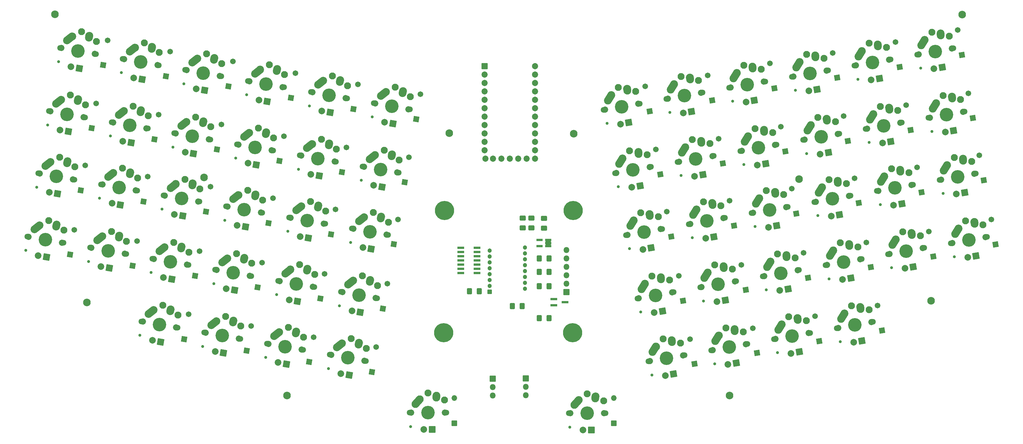
<source format=gbr>
G04 #@! TF.GenerationSoftware,KiCad,Pcbnew,(6.0.7)*
G04 #@! TF.CreationDate,2022-11-03T11:56:00-07:00*
G04 #@! TF.ProjectId,gigan rev2,67696761-6e20-4726-9576-322e6b696361,rev?*
G04 #@! TF.SameCoordinates,Original*
G04 #@! TF.FileFunction,Soldermask,Bot*
G04 #@! TF.FilePolarity,Negative*
%FSLAX46Y46*%
G04 Gerber Fmt 4.6, Leading zero omitted, Abs format (unit mm)*
G04 Created by KiCad (PCBNEW (6.0.7)) date 2022-11-03 11:56:00*
%MOMM*%
%LPD*%
G01*
G04 APERTURE LIST*
G04 Aperture macros list*
%AMRoundRect*
0 Rectangle with rounded corners*
0 $1 Rounding radius*
0 $2 $3 $4 $5 $6 $7 $8 $9 X,Y pos of 4 corners*
0 Add a 4 corners polygon primitive as box body*
4,1,4,$2,$3,$4,$5,$6,$7,$8,$9,$2,$3,0*
0 Add four circle primitives for the rounded corners*
1,1,$1+$1,$2,$3*
1,1,$1+$1,$4,$5*
1,1,$1+$1,$6,$7*
1,1,$1+$1,$8,$9*
0 Add four rect primitives between the rounded corners*
20,1,$1+$1,$2,$3,$4,$5,0*
20,1,$1+$1,$4,$5,$6,$7,0*
20,1,$1+$1,$6,$7,$8,$9,0*
20,1,$1+$1,$8,$9,$2,$3,0*%
%AMHorizOval*
0 Thick line with rounded ends*
0 $1 width*
0 $2 $3 position (X,Y) of the first rounded end (center of the circle)*
0 $4 $5 position (X,Y) of the second rounded end (center of the circle)*
0 Add line between two ends*
20,1,$1,$2,$3,$4,$5,0*
0 Add two circle primitives to create the rounded ends*
1,1,$1,$2,$3*
1,1,$1,$4,$5*%
G04 Aperture macros list end*
%ADD10RoundRect,0.051000X0.648928X-0.926765X0.926765X0.648928X-0.648928X0.926765X-0.926765X-0.648928X0*%
%ADD11HorizOval,1.702000X0.000000X0.000000X0.000000X0.000000X0*%
%ADD12C,1.802000*%
%ADD13C,1.852000*%
%ADD14C,0.902000*%
%ADD15C,4.089800*%
%ADD16HorizOval,2.352000X0.771809X0.605175X-0.771809X-0.605175X0*%
%ADD17C,2.352000*%
%ADD18C,2.102000*%
%ADD19HorizOval,2.352000X0.069832X0.282177X-0.069832X-0.282177X0*%
%ADD20C,2.007000*%
%ADD21RoundRect,0.051000X-1.103429X-0.772629X0.772629X-1.103429X1.103429X0.772629X-0.772629X1.103429X0*%
%ADD22HorizOval,2.352000X0.654995X0.730004X-0.654995X-0.730004X0*%
%ADD23HorizOval,2.352000X0.019771X0.290016X-0.019771X-0.290016X0*%
%ADD24RoundRect,0.051000X-0.952500X-0.952500X0.952500X-0.952500X0.952500X0.952500X-0.952500X0.952500X0*%
%ADD25RoundRect,0.051000X0.926765X-0.648928X0.648928X0.926765X-0.926765X0.648928X-0.648928X-0.926765X0*%
%ADD26HorizOval,1.702000X0.000000X0.000000X0.000000X0.000000X0*%
%ADD27HorizOval,2.352000X0.518281X0.832653X-0.518281X-0.832653X0*%
%ADD28HorizOval,2.352000X-0.030890X0.289043X0.030890X-0.289043X0*%
%ADD29RoundRect,0.051000X-0.772629X-1.103429X1.103429X-0.772629X0.772629X1.103429X-1.103429X0.772629X0*%
%ADD30C,2.302000*%
%ADD31RoundRect,0.051000X-0.850000X-0.850000X0.850000X-0.850000X0.850000X0.850000X-0.850000X0.850000X0*%
%ADD32O,1.802000X1.802000*%
%ADD33C,5.802000*%
%ADD34RoundRect,0.051000X0.800000X-0.800000X0.800000X0.800000X-0.800000X0.800000X-0.800000X-0.800000X0*%
%ADD35O,1.702000X1.702000*%
%ADD36RoundRect,0.051000X-0.876300X0.876300X-0.876300X-0.876300X0.876300X-0.876300X0.876300X0.876300X0*%
%ADD37C,1.854600*%
%ADD38RoundRect,0.051000X-0.600000X-0.600000X0.600000X-0.600000X0.600000X0.600000X-0.600000X0.600000X0*%
%ADD39C,1.302000*%
%ADD40RoundRect,0.301001X-0.462499X-0.624999X0.462499X-0.624999X0.462499X0.624999X-0.462499X0.624999X0*%
%ADD41RoundRect,0.051000X0.985000X0.300000X-0.985000X0.300000X-0.985000X-0.300000X0.985000X-0.300000X0*%
%ADD42RoundRect,0.301001X0.462499X0.624999X-0.462499X0.624999X-0.462499X-0.624999X0.462499X-0.624999X0*%
%ADD43RoundRect,0.051000X-1.000000X-0.325000X1.000000X-0.325000X1.000000X0.325000X-1.000000X0.325000X0*%
%ADD44RoundRect,0.051000X0.900000X-0.300000X0.900000X0.300000X-0.900000X0.300000X-0.900000X-0.300000X0*%
%ADD45RoundRect,0.301001X-0.624999X0.462499X-0.624999X-0.462499X0.624999X-0.462499X0.624999X0.462499X0*%
%ADD46RoundRect,0.301001X0.624999X-0.462499X0.624999X0.462499X-0.624999X0.462499X-0.624999X-0.462499X0*%
G04 APERTURE END LIST*
D10*
X115993026Y-139431893D03*
D11*
X117316225Y-131927658D03*
D12*
X169954448Y-87252676D03*
D13*
X180373714Y-89089874D03*
X170368068Y-87325608D03*
D12*
X180787334Y-89162806D03*
D14*
X169500872Y-91437490D03*
D15*
X175370891Y-88207741D03*
D16*
X172831649Y-84439555D03*
D17*
X173603464Y-83834390D03*
D18*
X176395415Y-82397375D03*
X180954793Y-85333712D03*
D19*
X178684159Y-83928050D03*
D17*
X178754435Y-83645984D03*
D20*
X173238052Y-92990031D03*
D21*
X175739464Y-93431098D03*
D12*
X239878000Y-180937600D03*
D13*
X229298000Y-180937600D03*
D12*
X228878000Y-180937600D03*
D15*
X234378000Y-180937600D03*
D13*
X239458000Y-180937600D03*
D14*
X229158000Y-185137600D03*
D22*
X231222995Y-177667596D03*
D17*
X231878000Y-176937600D03*
D18*
X234378000Y-175037600D03*
D17*
X236918000Y-175857600D03*
D18*
X239378000Y-177137600D03*
D23*
X236897771Y-176147584D03*
D20*
X233108000Y-186017600D03*
D24*
X235648000Y-186017600D03*
D10*
X103660042Y-98208416D03*
D11*
X104983241Y-90704181D03*
D12*
X155248945Y-123708539D03*
D15*
X149832502Y-122753474D03*
D13*
X154835325Y-123635607D03*
X144829679Y-121871341D03*
D14*
X143962483Y-125983223D03*
D12*
X144416059Y-121798409D03*
D16*
X147293260Y-118985288D03*
D18*
X150857026Y-116943108D03*
D17*
X148065075Y-118380123D03*
X153216046Y-118191717D03*
D18*
X155416404Y-119879445D03*
D19*
X153145770Y-118473783D03*
D20*
X147699663Y-127535764D03*
D21*
X150201075Y-127976831D03*
D25*
X332100405Y-95386948D03*
D26*
X330777206Y-87882713D03*
D13*
X116863894Y-116940219D03*
D12*
X106444628Y-115103021D03*
D13*
X106858248Y-115175953D03*
D12*
X117277514Y-117013151D03*
D15*
X111861071Y-116058086D03*
D14*
X105991052Y-119287835D03*
D17*
X110093644Y-111684735D03*
D18*
X112885595Y-110247720D03*
D16*
X109321829Y-112289900D03*
D19*
X115174339Y-111778395D03*
D18*
X117444973Y-113184057D03*
D17*
X115244615Y-111496329D03*
D20*
X109728232Y-120840376D03*
D21*
X112229644Y-121281443D03*
D13*
X135824595Y-120283502D03*
D12*
X136238215Y-120356434D03*
D15*
X130821772Y-119401369D03*
D14*
X124951753Y-122631118D03*
D12*
X125405329Y-118446304D03*
D13*
X125818949Y-118519236D03*
D17*
X129054345Y-115028018D03*
D16*
X128282530Y-115633183D03*
D18*
X131846296Y-113591003D03*
D17*
X134205316Y-114839612D03*
D19*
X134135040Y-115121678D03*
D18*
X136405674Y-116527340D03*
D20*
X128688933Y-124183659D03*
D21*
X131190345Y-124624726D03*
D15*
X118438759Y-78169072D03*
D14*
X112568740Y-81398821D03*
D13*
X123441582Y-79051205D03*
D12*
X123855202Y-79124137D03*
D13*
X113435936Y-77286939D03*
D12*
X113022316Y-77214007D03*
D16*
X115899517Y-74400886D03*
D17*
X116671332Y-73795721D03*
D18*
X119463283Y-72358706D03*
X124022661Y-75295043D03*
D19*
X121752027Y-73889381D03*
D17*
X121822303Y-73607315D03*
D20*
X116305920Y-82951362D03*
D21*
X118807332Y-83392429D03*
D13*
X315578966Y-75871381D03*
D14*
X316170415Y-80031884D03*
D15*
X320581789Y-74989248D03*
D12*
X315165346Y-75944313D03*
X325998232Y-74034183D03*
D13*
X325584612Y-74107115D03*
D27*
X316906886Y-72316783D03*
D18*
X319557265Y-69178882D03*
D17*
X317425177Y-71484137D03*
D28*
X322231502Y-69834450D03*
D17*
X322201068Y-69545358D03*
D18*
X324845965Y-70378738D03*
D20*
X320213216Y-80212605D03*
D29*
X322714628Y-79771538D03*
D10*
X175965248Y-129888982D03*
D11*
X177288447Y-122384747D03*
D10*
X160359673Y-108102923D03*
D11*
X161682872Y-100598688D03*
D25*
X328839537Y-76308548D03*
D13*
X110116218Y-96406544D03*
D15*
X115119041Y-97288677D03*
D12*
X109702598Y-96333612D03*
D14*
X109249022Y-100518426D03*
D12*
X120535484Y-98243742D03*
D13*
X120121864Y-98170810D03*
D17*
X113351614Y-92915326D03*
D18*
X116143565Y-91478311D03*
D16*
X112579799Y-93520491D03*
D17*
X118502585Y-92726920D03*
D18*
X120702943Y-94414648D03*
D19*
X118432309Y-93008986D03*
D20*
X112986202Y-102070967D03*
D21*
X115487614Y-102512034D03*
D30*
X143700000Y-175603600D03*
X277456400Y-175552800D03*
D25*
X328839537Y-76308548D03*
D26*
X327516338Y-68804313D03*
D30*
X73596000Y-60440000D03*
D13*
X157127376Y-163294931D03*
D12*
X156713756Y-163221999D03*
D15*
X162130199Y-164177064D03*
D12*
X167546642Y-165132129D03*
D13*
X167133022Y-165059197D03*
D14*
X156260180Y-167406813D03*
D16*
X159590957Y-160408878D03*
D17*
X160362772Y-159803713D03*
D18*
X163154723Y-158366698D03*
D19*
X165443467Y-159897373D03*
D17*
X165513743Y-159615307D03*
D18*
X167714101Y-161303035D03*
D20*
X159997360Y-168959354D03*
D21*
X162498772Y-169400421D03*
D31*
X205879200Y-170472800D03*
D32*
X205879200Y-173012800D03*
X205879200Y-175552800D03*
D12*
X191821200Y-180734400D03*
D13*
X191401200Y-180734400D03*
D15*
X186321200Y-180734400D03*
D14*
X181101200Y-184934400D03*
D12*
X180821200Y-180734400D03*
D13*
X181241200Y-180734400D03*
D22*
X183166195Y-177464396D03*
D17*
X183821200Y-176734400D03*
D18*
X186321200Y-174834400D03*
X191321200Y-176934400D03*
D23*
X188840971Y-175944384D03*
D17*
X188861200Y-175654400D03*
D20*
X185051200Y-185814400D03*
D24*
X187591200Y-185814400D03*
D10*
X97079454Y-136406422D03*
D11*
X98402653Y-128902187D03*
D12*
X261803076Y-105058483D03*
D13*
X262216696Y-104985551D03*
D15*
X267219519Y-104103418D03*
D13*
X272222342Y-103221285D03*
D14*
X262808145Y-109146054D03*
D12*
X272635962Y-103148353D03*
D17*
X264062907Y-100598307D03*
D18*
X266194995Y-98293052D03*
D27*
X263544616Y-101430953D03*
D28*
X268869232Y-98948620D03*
D18*
X271483695Y-99492908D03*
D17*
X268838798Y-98659528D03*
D20*
X266850946Y-109326775D03*
D29*
X269352358Y-108885708D03*
D33*
X230002000Y-156569799D03*
D25*
X320061670Y-136816460D03*
D26*
X318738471Y-129312225D03*
D13*
X132504876Y-139403109D03*
D15*
X127502053Y-138520976D03*
D13*
X122499230Y-137638843D03*
D12*
X132918496Y-139476041D03*
D14*
X121632034Y-141750725D03*
D12*
X122085610Y-137565911D03*
D17*
X125734626Y-134147625D03*
D16*
X124962811Y-134752790D03*
D18*
X128526577Y-132710610D03*
D19*
X130815321Y-134241285D03*
D18*
X133085955Y-135646947D03*
D17*
X130885597Y-133959219D03*
D20*
X125369214Y-143303266D03*
D21*
X127870626Y-143744333D03*
D12*
X329418006Y-93136147D03*
D14*
X319590189Y-99133848D03*
D15*
X324001563Y-94091212D03*
D13*
X329004386Y-93209079D03*
X318998740Y-94973345D03*
D12*
X318585120Y-95046277D03*
D17*
X320844951Y-90586101D03*
D18*
X322977039Y-88280846D03*
D27*
X320326660Y-91418747D03*
D18*
X328265739Y-89480702D03*
D28*
X325651276Y-88936414D03*
D17*
X325620842Y-88647322D03*
D20*
X323632990Y-99314569D03*
D29*
X326134402Y-98873502D03*
D25*
X304544309Y-159102801D03*
D26*
X303221110Y-151598566D03*
D25*
X316488909Y-117431969D03*
D26*
X315165710Y-109927734D03*
D13*
X272323592Y-161843914D03*
X282329238Y-160079648D03*
D15*
X277326415Y-160961781D03*
D12*
X282742858Y-160006716D03*
D14*
X272915041Y-166004417D03*
D12*
X271909972Y-161916846D03*
D27*
X273651512Y-158289316D03*
D17*
X274169803Y-157456670D03*
D18*
X276301891Y-155151415D03*
X281590591Y-156351271D03*
D28*
X278976128Y-155806983D03*
D17*
X278945694Y-155517891D03*
D20*
X276957842Y-166185138D03*
D29*
X279459254Y-165744071D03*
D25*
X338981162Y-133532026D03*
D13*
X265574722Y-123737318D03*
D12*
X265161102Y-123810250D03*
D14*
X266166171Y-127897821D03*
D15*
X270577545Y-122855185D03*
D12*
X275993988Y-121900120D03*
D13*
X275580368Y-121973052D03*
D27*
X266902642Y-120182720D03*
D17*
X267420933Y-119350074D03*
D18*
X269553021Y-117044819D03*
D17*
X272196824Y-117411295D03*
D18*
X274841721Y-118244675D03*
D28*
X272227258Y-117700387D03*
D20*
X270208972Y-128078542D03*
D29*
X272710384Y-127637475D03*
D25*
X335408404Y-114147537D03*
D26*
X334085205Y-106643302D03*
D12*
X258383299Y-85956520D03*
X269216185Y-84046390D03*
D13*
X258796919Y-85883588D03*
X268802565Y-84119322D03*
D15*
X263799742Y-85001455D03*
D14*
X259388368Y-90044091D03*
D18*
X262775218Y-79191089D03*
D27*
X260124839Y-82328990D03*
D17*
X260643130Y-81496344D03*
D28*
X265449455Y-79846657D03*
D18*
X268063918Y-80390945D03*
D17*
X265419021Y-79557565D03*
D20*
X263431169Y-90224812D03*
D29*
X265932581Y-89783745D03*
D25*
X253255697Y-89687602D03*
D26*
X251932498Y-82183367D03*
D14*
X326367990Y-136987578D03*
D15*
X330779364Y-131944942D03*
D13*
X325776541Y-132827075D03*
X335782187Y-131062809D03*
D12*
X325362921Y-132900007D03*
X336195807Y-130989877D03*
D17*
X327622752Y-128439831D03*
D18*
X329754840Y-126134576D03*
D27*
X327104461Y-129272477D03*
D18*
X335043540Y-127334432D03*
D17*
X332398643Y-126501052D03*
D28*
X332429077Y-126790144D03*
D20*
X330410791Y-137168299D03*
D29*
X332912203Y-136727232D03*
D12*
X260453061Y-144345367D03*
D13*
X260039441Y-144418299D03*
D15*
X255036618Y-145300432D03*
D12*
X249620175Y-146255497D03*
D14*
X250625244Y-150343068D03*
D13*
X250033795Y-146182565D03*
D27*
X251361715Y-142627967D03*
D17*
X251880006Y-141795321D03*
D18*
X254012094Y-139490066D03*
X259300794Y-140689922D03*
D28*
X256686331Y-140145634D03*
D17*
X256655897Y-139856542D03*
D20*
X254668045Y-150523789D03*
D29*
X257169457Y-150082722D03*
D25*
X272175189Y-86403170D03*
D26*
X270851990Y-78898935D03*
D12*
X95097151Y-132807119D03*
X84264265Y-130896989D03*
D14*
X83810689Y-135081803D03*
D15*
X89680708Y-131852054D03*
D13*
X94683531Y-132734187D03*
X84677885Y-130969921D03*
D17*
X87913281Y-127478703D03*
D16*
X87141466Y-128083868D03*
D18*
X90705232Y-126041688D03*
X95264610Y-128978025D03*
D17*
X93064252Y-127290297D03*
D19*
X92993976Y-127572363D03*
D20*
X87547869Y-136634344D03*
D21*
X90049281Y-137075411D03*
D15*
X124158770Y-157481678D03*
D14*
X118288751Y-160711427D03*
D13*
X119155947Y-156599545D03*
D12*
X129575213Y-158436743D03*
X118742327Y-156526613D03*
D13*
X129161593Y-158363811D03*
D17*
X122391343Y-153108327D03*
D18*
X125183294Y-151671312D03*
D16*
X121619528Y-153713492D03*
D19*
X127472038Y-153201987D03*
D17*
X127542314Y-152919921D03*
D18*
X129742672Y-154607649D03*
D20*
X122025931Y-162263968D03*
D21*
X124527343Y-162705035D03*
D13*
X91255573Y-93080905D03*
X101261219Y-94845171D03*
D12*
X101674839Y-94918103D03*
D14*
X90388377Y-97192787D03*
D12*
X90841953Y-93007973D03*
D15*
X96258396Y-93963038D03*
D16*
X93719154Y-90194852D03*
D18*
X97282920Y-88152672D03*
D17*
X94490969Y-89589687D03*
X99641940Y-89401281D03*
D19*
X99571664Y-89683347D03*
D18*
X101842298Y-91089009D03*
D20*
X94125557Y-98745328D03*
D21*
X96626969Y-99186395D03*
D12*
X321943146Y-113798043D03*
D13*
X332362412Y-111960845D03*
D14*
X322948215Y-117885614D03*
D13*
X322356766Y-113725111D03*
D12*
X332776032Y-111887913D03*
D15*
X327359589Y-112842978D03*
D17*
X324202977Y-109337867D03*
D27*
X323684686Y-110170513D03*
D18*
X326335065Y-107032612D03*
D28*
X329009302Y-107688180D03*
D17*
X328978868Y-107399088D03*
D18*
X331623765Y-108232468D03*
D20*
X326991016Y-118066335D03*
D29*
X329492428Y-117625268D03*
D30*
X338264000Y-146952400D03*
D10*
X100352044Y-116969005D03*
D11*
X101675243Y-109464770D03*
D25*
X256516565Y-108766002D03*
D26*
X255193366Y-101261767D03*
D25*
X350908121Y-91761138D03*
D26*
X349584922Y-84256903D03*
D10*
X157051677Y-126863511D03*
D11*
X158374876Y-119359276D03*
D25*
X332100405Y-95386948D03*
D14*
X131529441Y-84742104D03*
D12*
X142815903Y-82467420D03*
X131983017Y-80557290D03*
D15*
X137399460Y-81512355D03*
D13*
X142402283Y-82394488D03*
X132396637Y-80630222D03*
D16*
X134860218Y-77744169D03*
D17*
X135632033Y-77139004D03*
D18*
X138423984Y-75701989D03*
D17*
X140783004Y-76950598D03*
D18*
X142983362Y-78638326D03*
D19*
X140712728Y-77232664D03*
D20*
X135266621Y-86294645D03*
D21*
X137768033Y-86735712D03*
D10*
X172692657Y-149326402D03*
D11*
X174015856Y-141822167D03*
D10*
X141457822Y-104718433D03*
D11*
X142781021Y-97214198D03*
D25*
X285736591Y-162728611D03*
D26*
X284413392Y-155224376D03*
D10*
X122573614Y-101233887D03*
D11*
X123896813Y-93729652D03*
D15*
X296337144Y-157609676D03*
D12*
X301753587Y-156654611D03*
D13*
X291334321Y-158491809D03*
D12*
X290920701Y-158564741D03*
D14*
X291925770Y-162652312D03*
D13*
X301339967Y-156727543D03*
D17*
X293180532Y-154104565D03*
D18*
X295312620Y-151799310D03*
D27*
X292662241Y-154937211D03*
D17*
X297956423Y-152165786D03*
D28*
X297986857Y-152454878D03*
D18*
X300601320Y-152999166D03*
D20*
X295968571Y-162833033D03*
D29*
X298469983Y-162391966D03*
D12*
X337545822Y-91702995D03*
D13*
X337959442Y-91630063D03*
D15*
X342962265Y-90747930D03*
D14*
X338550891Y-95790566D03*
D12*
X348378708Y-89792865D03*
D13*
X347965088Y-89865797D03*
D17*
X339805653Y-87242819D03*
D27*
X339287362Y-88075465D03*
D18*
X341937741Y-84937564D03*
D17*
X344581544Y-85304040D03*
D18*
X347226441Y-86137420D03*
D28*
X344611978Y-85593132D03*
D20*
X342593692Y-95971287D03*
D29*
X345095104Y-95530220D03*
D10*
X78177604Y-133021933D03*
D11*
X79500803Y-125517698D03*
D25*
X313180911Y-98671382D03*
D26*
X311857712Y-91167147D03*
D10*
X179273246Y-111128396D03*
D11*
X180596445Y-103624161D03*
D15*
X77297696Y-90619755D03*
D14*
X71427677Y-93849504D03*
D13*
X82300519Y-91501888D03*
D12*
X82714139Y-91574820D03*
D13*
X72294873Y-89737622D03*
D12*
X71881253Y-89664690D03*
D16*
X74758454Y-86851569D03*
D17*
X75530269Y-86246404D03*
D18*
X78322220Y-84809389D03*
X82881598Y-87745726D03*
D17*
X80681240Y-86057998D03*
D19*
X80610964Y-86340064D03*
D20*
X75164857Y-95402045D03*
D21*
X77666269Y-95843112D03*
D10*
X134877234Y-142916441D03*
D11*
X136200433Y-135412206D03*
D12*
X65303564Y-127553704D03*
X76136450Y-129463834D03*
D15*
X70720007Y-128508769D03*
D13*
X65717184Y-127626636D03*
D14*
X64849988Y-131738518D03*
D13*
X75722830Y-129390902D03*
D18*
X71744531Y-122698403D03*
D17*
X68952580Y-124135418D03*
D16*
X68180765Y-124740583D03*
D18*
X76303909Y-125634740D03*
D17*
X74103551Y-123947012D03*
D19*
X74033275Y-124229078D03*
D20*
X68587168Y-133291059D03*
D21*
X71088580Y-133732126D03*
D10*
X126034596Y-82190774D03*
D11*
X127357795Y-74686539D03*
D33*
X191089200Y-156569799D03*
D25*
X301124532Y-140000837D03*
D26*
X299801333Y-132496602D03*
D15*
X292958021Y-138613867D03*
D12*
X287541578Y-139568932D03*
X298374464Y-137658802D03*
D14*
X288546647Y-143656503D03*
D13*
X297960844Y-137731734D03*
X287955198Y-139496000D03*
D17*
X289801409Y-135108756D03*
D18*
X291933497Y-132803501D03*
D27*
X289283118Y-135941402D03*
D17*
X294577300Y-133169977D03*
D18*
X297222197Y-134003357D03*
D28*
X294607734Y-133459069D03*
D20*
X292589448Y-143837224D03*
D29*
X295090860Y-143396157D03*
D30*
X192722000Y-96355600D03*
D33*
X230205200Y-119688999D03*
D25*
X335408404Y-114147537D03*
D10*
X163820657Y-89059809D03*
D14*
X68169707Y-112618913D03*
D13*
X69036903Y-108507031D03*
D12*
X79456169Y-110344229D03*
D13*
X79042549Y-110271297D03*
D15*
X74039726Y-109389164D03*
D12*
X68623283Y-108434099D03*
D17*
X72272299Y-105015813D03*
D18*
X75064250Y-103578798D03*
D16*
X71500484Y-105620978D03*
D17*
X77423270Y-104827407D03*
D18*
X79623628Y-106515135D03*
D19*
X77352994Y-105109473D03*
D20*
X71906887Y-114171454D03*
D21*
X74408299Y-114612521D03*
D15*
X346320291Y-109499695D03*
D12*
X340903848Y-110454760D03*
X351736734Y-108544630D03*
D13*
X341317468Y-110381828D03*
X351323114Y-108617562D03*
D14*
X341908917Y-114542331D03*
D27*
X342645388Y-106827230D03*
D18*
X345295767Y-103689329D03*
D17*
X343163679Y-105994584D03*
D28*
X347970004Y-104344897D03*
D17*
X347939570Y-104055805D03*
D18*
X350584467Y-104889185D03*
D20*
X345951718Y-114723052D03*
D29*
X348453130Y-114281985D03*
D25*
X294243776Y-101855758D03*
D26*
X292920577Y-94351523D03*
D10*
X138149826Y-123479021D03*
D11*
X139473025Y-115974786D03*
D25*
X338981162Y-133532026D03*
D26*
X337657963Y-126027791D03*
D12*
X252949272Y-165260130D03*
D13*
X253362892Y-165187198D03*
D14*
X253954341Y-169347701D03*
D13*
X263368538Y-163422932D03*
D12*
X263782158Y-163350000D03*
D15*
X258365715Y-164305065D03*
D17*
X255209103Y-160799954D03*
D18*
X257341191Y-158494699D03*
D27*
X254690812Y-161632600D03*
D18*
X262629891Y-159694555D03*
D28*
X260015428Y-159150267D03*
D17*
X259984994Y-158861175D03*
D20*
X257997142Y-169528422D03*
D29*
X260498554Y-169087355D03*
D12*
X174209644Y-127051822D03*
D13*
X173796024Y-126978890D03*
D15*
X168793201Y-126096757D03*
D12*
X163376758Y-125141692D03*
D13*
X163790378Y-125214624D03*
D14*
X162923182Y-129326506D03*
D18*
X169817725Y-120286391D03*
D17*
X167025774Y-121723406D03*
D16*
X166253959Y-122328571D03*
D17*
X172176745Y-121535000D03*
D19*
X172106469Y-121817066D03*
D18*
X174377103Y-123222728D03*
D20*
X166660362Y-130879047D03*
D21*
X169161774Y-131320114D03*
D14*
X93708096Y-78073179D03*
D12*
X104994558Y-75798495D03*
X94161672Y-73888365D03*
D13*
X94575292Y-73961297D03*
X104580938Y-75725563D03*
D15*
X99578115Y-74843430D03*
D16*
X97038873Y-71075244D03*
D17*
X97810688Y-70470079D03*
D18*
X100602639Y-69033064D03*
D17*
X102961659Y-70281673D03*
D18*
X105162017Y-71969401D03*
D19*
X102891383Y-70563739D03*
D20*
X97445276Y-79625720D03*
D21*
X99946688Y-80066787D03*
D15*
X315297846Y-154266393D03*
D13*
X310295023Y-155148526D03*
D14*
X310886472Y-159309029D03*
D13*
X320300669Y-153384260D03*
D12*
X309881403Y-155221458D03*
X320714289Y-153311328D03*
D17*
X312141234Y-150761282D03*
D27*
X311622943Y-151593928D03*
D18*
X314273322Y-148456027D03*
D17*
X316917125Y-148822503D03*
D28*
X316947559Y-149111595D03*
D18*
X319562022Y-149655883D03*
D20*
X314929273Y-159489750D03*
D29*
X317430685Y-159048683D03*
D13*
X139082564Y-101514093D03*
D15*
X134079741Y-100631960D03*
D13*
X129076918Y-99749827D03*
D12*
X139496184Y-101587025D03*
D14*
X128209722Y-103861709D03*
D12*
X128663298Y-99676895D03*
D16*
X131540499Y-96863774D03*
D18*
X135104265Y-94821594D03*
D17*
X132312314Y-96258609D03*
D18*
X139663643Y-97757931D03*
D17*
X137463285Y-96070203D03*
D19*
X137393009Y-96352269D03*
D20*
X131946902Y-105414250D03*
D21*
X134448314Y-105855317D03*
D31*
X215836000Y-170437000D03*
D32*
X215836000Y-172977000D03*
X215836000Y-175517000D03*
D14*
X345328691Y-133644295D03*
D13*
X354742888Y-127719526D03*
X344737242Y-129483792D03*
D12*
X355156508Y-127646594D03*
X344323622Y-129556724D03*
D15*
X349740065Y-128601659D03*
D17*
X346583453Y-125096548D03*
D27*
X346065162Y-125929194D03*
D18*
X348715541Y-122791293D03*
D17*
X351359344Y-123157769D03*
D28*
X351389778Y-123446861D03*
D18*
X354004241Y-123991149D03*
D20*
X349371492Y-133825016D03*
D29*
X351872904Y-133383949D03*
D10*
X144918806Y-85675319D03*
D11*
X146242005Y-78171084D03*
D25*
X282316816Y-143626647D03*
D26*
X280993617Y-136122412D03*
D13*
X277757620Y-82540305D03*
D14*
X278349069Y-86700808D03*
D12*
X288176886Y-80703107D03*
D15*
X282760443Y-81658172D03*
D12*
X277344000Y-82613237D03*
D13*
X287763266Y-80776039D03*
D17*
X279603831Y-78153061D03*
D27*
X279085540Y-78985707D03*
D18*
X281735919Y-75847806D03*
D28*
X284410156Y-76503374D03*
D18*
X287024619Y-77047662D03*
D17*
X284379722Y-76214282D03*
D20*
X282391870Y-86881529D03*
D29*
X284893282Y-86440462D03*
D10*
X153779085Y-146300931D03*
D11*
X155102284Y-138796696D03*
D33*
X191089200Y-156569799D03*
D10*
X150459366Y-165420538D03*
D11*
X151782565Y-157916303D03*
D33*
X230002000Y-156569799D03*
D13*
X246614020Y-127080601D03*
D15*
X251616843Y-126198468D03*
D12*
X246200400Y-127153533D03*
X257033286Y-125243403D03*
D14*
X247205469Y-131241104D03*
D13*
X256619666Y-125316335D03*
D18*
X250592319Y-120388102D03*
D27*
X247941940Y-123526003D03*
D17*
X248460231Y-122693357D03*
D28*
X253266556Y-121043670D03*
D17*
X253236122Y-120754578D03*
D18*
X255881019Y-121587958D03*
D20*
X251248270Y-131421825D03*
D29*
X253749682Y-130980758D03*
D13*
X306723968Y-77432755D03*
D12*
X307137588Y-77359823D03*
X296304702Y-79269953D03*
D14*
X297309771Y-83357524D03*
D13*
X296718322Y-79197021D03*
D15*
X301721145Y-78314888D03*
D18*
X300696621Y-72504522D03*
D27*
X298046242Y-75642423D03*
D17*
X298564533Y-74809777D03*
D28*
X303370858Y-73160090D03*
D18*
X305985321Y-73704378D03*
D17*
X303340424Y-72870998D03*
D20*
X301352572Y-83538245D03*
D29*
X303853984Y-83097178D03*
D10*
X107121024Y-79165303D03*
D11*
X108444223Y-71661068D03*
D15*
X153090470Y-103984066D03*
D12*
X158506913Y-104939131D03*
D13*
X148087647Y-103101933D03*
D12*
X147674027Y-103029001D03*
D14*
X147220451Y-107213815D03*
D13*
X158093293Y-104866199D03*
D17*
X151323043Y-99610715D03*
D18*
X154114994Y-98173700D03*
D16*
X150551228Y-100215880D03*
D18*
X158674372Y-101110037D03*
D19*
X156403738Y-99704375D03*
D17*
X156474014Y-99422309D03*
D20*
X150957631Y-108766356D03*
D21*
X153459043Y-109207423D03*
D12*
X313915388Y-115213555D03*
D14*
X304087571Y-121211256D03*
D15*
X308498945Y-116168620D03*
D13*
X313501768Y-115286487D03*
X303496122Y-117050753D03*
D12*
X303082502Y-117123685D03*
D17*
X305342333Y-112663509D03*
D18*
X307474421Y-110358254D03*
D27*
X304824042Y-113496155D03*
D18*
X312763121Y-111558110D03*
D28*
X310148658Y-111013822D03*
D17*
X310118224Y-110724730D03*
D20*
X308130372Y-121391977D03*
D29*
X310631784Y-120950910D03*
D13*
X344545311Y-70763832D03*
D15*
X339542488Y-71645965D03*
D12*
X344958931Y-70690900D03*
X334126045Y-72601030D03*
D14*
X335131114Y-76688601D03*
D13*
X334539665Y-72528098D03*
D27*
X335867585Y-68973500D03*
D18*
X338517964Y-65835599D03*
D17*
X336385876Y-68140854D03*
D28*
X341192201Y-66491167D03*
D17*
X341161767Y-66202075D03*
D18*
X343806664Y-67035455D03*
D20*
X339173915Y-76869322D03*
D29*
X341675327Y-76428255D03*
D10*
X169372939Y-168446009D03*
D11*
X170696138Y-160941774D03*
D14*
X150540170Y-88094207D03*
D12*
X161826632Y-85819523D03*
D13*
X151407366Y-83982325D03*
D15*
X156410189Y-84864458D03*
D12*
X150993746Y-83909393D03*
D13*
X161413012Y-85746591D03*
D18*
X157434713Y-79054092D03*
D16*
X153870947Y-81096272D03*
D17*
X154642762Y-80491107D03*
D18*
X161994091Y-81990429D03*
D17*
X159793733Y-80302701D03*
D19*
X159723457Y-80584767D03*
D20*
X154277350Y-89646748D03*
D21*
X156778762Y-90087815D03*
D10*
X131557515Y-162036048D03*
D11*
X132880714Y-154531813D03*
D10*
X88219173Y-75780813D03*
D11*
X89542372Y-68276578D03*
D30*
X118655600Y-109665200D03*
D32*
X228181224Y-131610323D03*
X228181224Y-134150323D03*
X228181224Y-136690323D03*
X228181224Y-139230323D03*
X228181224Y-141770323D03*
D31*
X228181224Y-144310323D03*
D12*
X99781626Y-153183330D03*
X110614512Y-155093460D03*
D13*
X110200892Y-155020528D03*
D15*
X105198069Y-154138395D03*
D14*
X99328050Y-157368144D03*
D13*
X100195246Y-153256262D03*
D18*
X106222593Y-148328029D03*
D16*
X102658827Y-150370209D03*
D17*
X103430642Y-149765044D03*
D19*
X108511337Y-149858704D03*
D17*
X108581613Y-149576638D03*
D18*
X110781971Y-151264366D03*
D20*
X103065230Y-158920685D03*
D21*
X105566642Y-159361752D03*
D10*
X163820657Y-89059809D03*
D11*
X165143856Y-81555574D03*
D25*
X309920042Y-79592983D03*
D26*
X308596843Y-72088748D03*
D10*
X84758191Y-94823926D03*
D11*
X86081390Y-87319691D03*
D25*
X290982905Y-82777359D03*
D26*
X289659706Y-75273124D03*
D25*
X297551773Y-120616346D03*
D26*
X296228574Y-113112111D03*
D10*
X182734228Y-92085280D03*
D11*
X184057427Y-84581045D03*
D25*
X259824564Y-127526590D03*
D26*
X258501365Y-120022355D03*
D12*
X250255486Y-87389674D03*
D15*
X244839043Y-88344739D03*
D12*
X239422600Y-89299804D03*
D13*
X249841866Y-87462606D03*
X239836220Y-89226872D03*
D14*
X240427669Y-93387375D03*
D17*
X241682431Y-84839628D03*
D18*
X243814519Y-82534373D03*
D27*
X241164140Y-85672274D03*
D28*
X246488756Y-83189941D03*
D18*
X249103219Y-83734229D03*
D17*
X246458322Y-82900849D03*
D20*
X244470470Y-93568096D03*
D29*
X246971882Y-93127029D03*
D13*
X284535421Y-120394035D03*
D14*
X285126870Y-124554538D03*
D12*
X294954687Y-118556837D03*
X284121801Y-120466967D03*
D15*
X289538244Y-119511902D03*
D13*
X294541067Y-118629769D03*
D17*
X286381632Y-116006791D03*
D27*
X285863341Y-116839437D03*
D18*
X288513720Y-113701536D03*
D28*
X291187957Y-114357104D03*
D18*
X293802420Y-114901392D03*
D17*
X291157523Y-114068012D03*
D20*
X289169671Y-124735259D03*
D29*
X291671083Y-124294192D03*
D10*
X81450193Y-113584515D03*
D11*
X82773392Y-106080280D03*
D10*
X112673307Y-158551500D03*
D11*
X113996506Y-151047265D03*
D25*
X266817099Y-166013044D03*
D26*
X265493900Y-158508809D03*
D15*
X305140919Y-97416852D03*
D13*
X310143742Y-96534719D03*
X300138096Y-98298985D03*
D14*
X300729545Y-102459488D03*
D12*
X310557362Y-96461787D03*
X299724476Y-98371917D03*
D17*
X301984307Y-93911741D03*
D18*
X304116395Y-91606486D03*
D27*
X301466016Y-94744387D03*
D17*
X306760198Y-91972962D03*
D18*
X309405095Y-92806342D03*
D28*
X306790632Y-92262054D03*
D20*
X304772346Y-102640209D03*
D29*
X307273758Y-102199142D03*
D13*
X103538529Y-134295560D03*
D14*
X102671333Y-138407442D03*
D13*
X113544175Y-136059826D03*
D12*
X103124909Y-134222628D03*
X113957795Y-136132758D03*
D15*
X108541352Y-135177693D03*
D16*
X106002110Y-131409507D03*
D18*
X109565876Y-129367327D03*
D17*
X106773925Y-130804342D03*
D19*
X111854620Y-130898002D03*
D17*
X111924896Y-130615936D03*
D18*
X114125254Y-132303664D03*
D20*
X106408513Y-139959983D03*
D21*
X108909925Y-140401050D03*
D30*
X230314000Y-96508000D03*
D25*
X354216119Y-110521727D03*
D26*
X352892920Y-103017492D03*
D13*
X170476305Y-146098498D03*
D12*
X160057039Y-144261300D03*
D13*
X160470659Y-144334232D03*
D15*
X165473482Y-145216365D03*
D14*
X159603463Y-148446114D03*
D12*
X170889925Y-146171430D03*
D16*
X162934240Y-141448179D03*
D18*
X166498006Y-139405999D03*
D17*
X163706055Y-140843014D03*
X168857026Y-140654608D03*
D18*
X171057384Y-142342336D03*
D19*
X168786750Y-140936674D03*
D20*
X163340643Y-149998655D03*
D21*
X165842055Y-150439722D03*
D12*
X177467614Y-108282413D03*
D13*
X167048348Y-106445215D03*
X177053994Y-108209481D03*
D14*
X166181152Y-110557097D03*
D15*
X172051171Y-107327348D03*
D12*
X166634728Y-106372283D03*
D18*
X173075695Y-101516982D03*
D17*
X170283744Y-102953997D03*
D16*
X169511929Y-103559162D03*
D18*
X177635073Y-104453319D03*
D17*
X175434715Y-102765591D03*
D19*
X175364439Y-103047657D03*
D20*
X169918332Y-112109638D03*
D21*
X172419744Y-112550705D03*
D34*
X242455200Y-183934800D03*
D35*
X242455200Y-176314800D03*
D30*
X298386000Y-110173200D03*
D36*
X203440800Y-76086400D03*
D37*
X203440800Y-78626400D03*
X203440800Y-81166400D03*
X203440800Y-83706400D03*
X203440800Y-86246400D03*
X203440800Y-88786400D03*
X203440800Y-91326400D03*
X203440800Y-93866400D03*
X203440800Y-96406400D03*
X203440800Y-98946400D03*
X203440800Y-101486400D03*
X203669400Y-104026400D03*
X218680800Y-104026400D03*
X218680800Y-101486400D03*
X218680800Y-98946400D03*
X218680800Y-96406400D03*
X218680800Y-93866400D03*
X218680800Y-91326400D03*
X218680800Y-88786400D03*
X218680800Y-86246400D03*
X218680800Y-83706400D03*
X218680800Y-81166400D03*
X218680800Y-78626400D03*
X218680800Y-76086400D03*
X205980800Y-104026400D03*
X208520800Y-104026400D03*
X211060800Y-104026400D03*
X213600800Y-104026400D03*
X216140800Y-104026400D03*
D12*
X268580876Y-142912214D03*
D13*
X268994496Y-142839282D03*
D12*
X279413762Y-141002084D03*
D14*
X269585945Y-146999785D03*
D13*
X279000142Y-141075016D03*
D15*
X273997319Y-141957149D03*
D17*
X270840707Y-138452038D03*
D18*
X272972795Y-136146783D03*
D27*
X270322416Y-139284684D03*
D18*
X278261495Y-137346639D03*
D28*
X275647032Y-136802351D03*
D17*
X275616598Y-136513259D03*
D20*
X273628746Y-147180506D03*
D29*
X276130158Y-146739439D03*
D34*
X194296800Y-183985600D03*
D35*
X194296800Y-176365600D03*
D14*
X243847443Y-112489339D03*
D12*
X253675260Y-106491638D03*
D13*
X253261640Y-106564570D03*
D12*
X242842374Y-108401768D03*
D15*
X248258817Y-107446703D03*
D13*
X243255994Y-108328836D03*
D17*
X245102205Y-103941592D03*
D18*
X247234293Y-101636337D03*
D27*
X244583914Y-104774238D03*
D28*
X249908530Y-102291905D03*
D17*
X249878096Y-102002813D03*
D18*
X252522993Y-102836193D03*
D20*
X247890244Y-112670060D03*
D29*
X250391656Y-112228993D03*
D25*
X323481444Y-155918424D03*
D26*
X322158245Y-148414189D03*
D13*
X148172322Y-161715914D03*
D14*
X137299480Y-164063530D03*
D12*
X148585942Y-161788846D03*
D13*
X138166676Y-159951648D03*
D15*
X143169499Y-160833781D03*
D12*
X137753056Y-159878716D03*
D17*
X141402072Y-156460430D03*
D18*
X144194023Y-155023415D03*
D16*
X140630257Y-157065595D03*
D18*
X148753401Y-157959752D03*
D19*
X146482767Y-156554090D03*
D17*
X146553043Y-156272024D03*
D20*
X141036660Y-165616071D03*
D21*
X143538072Y-166057138D03*
D30*
X347712800Y-60541600D03*
D13*
X281177395Y-101642269D03*
D12*
X280763775Y-101715201D03*
D15*
X286180218Y-100760136D03*
D12*
X291596661Y-99805071D03*
D13*
X291183041Y-99878003D03*
D14*
X281768844Y-105802772D03*
D18*
X285155694Y-94949770D03*
D27*
X282505315Y-98087671D03*
D17*
X283023606Y-97255025D03*
D18*
X290444394Y-96149626D03*
D28*
X287829931Y-95605338D03*
D17*
X287799497Y-95316246D03*
D20*
X285811645Y-105983493D03*
D29*
X288313057Y-105542426D03*
D25*
X347647253Y-72682738D03*
D26*
X346324054Y-65178503D03*
D25*
X263397322Y-146911080D03*
D26*
X262074123Y-139406845D03*
D25*
X357788880Y-129906216D03*
D26*
X356465681Y-122401981D03*
D30*
X83248000Y-147460400D03*
D12*
X151929226Y-142828147D03*
D15*
X146512783Y-141873082D03*
D13*
X141509960Y-140990949D03*
D14*
X140642764Y-145102831D03*
D12*
X141096340Y-140918017D03*
D13*
X151515606Y-142755215D03*
D16*
X143973541Y-138104896D03*
D18*
X147537307Y-136062716D03*
D17*
X144745356Y-137499731D03*
D19*
X149826051Y-137593391D03*
D17*
X149896327Y-137311325D03*
D18*
X152096685Y-138999053D03*
D20*
X144379944Y-146655372D03*
D21*
X146881356Y-147096439D03*
D10*
X119265616Y-119994476D03*
D11*
X120588815Y-112490241D03*
D12*
X75200972Y-70545082D03*
D13*
X75614592Y-70618014D03*
X85620238Y-72382280D03*
D12*
X86033858Y-72455212D03*
D14*
X74747396Y-74729896D03*
D15*
X80617415Y-71500147D03*
D18*
X81641939Y-65689781D03*
D17*
X78849988Y-67126796D03*
D16*
X78078173Y-67731961D03*
D17*
X84000959Y-66938390D03*
D19*
X83930683Y-67220456D03*
D18*
X86201317Y-68626118D03*
D20*
X78484576Y-76282437D03*
D21*
X80985988Y-76723504D03*
D13*
X98003250Y-113614579D03*
D15*
X93000427Y-112732446D03*
D12*
X98416870Y-113687511D03*
X87583984Y-111777381D03*
D13*
X87997604Y-111850313D03*
D14*
X87130408Y-115962195D03*
D16*
X90461185Y-108964260D03*
D17*
X91233000Y-108359095D03*
D18*
X94024951Y-106922080D03*
D17*
X96383971Y-108170689D03*
D18*
X98584329Y-109858417D03*
D19*
X96313695Y-108452755D03*
D20*
X90867588Y-117514736D03*
D21*
X93369000Y-117955803D03*
D25*
X278744056Y-124242156D03*
D26*
X277420857Y-116737921D03*
D13*
X316921543Y-134388451D03*
D12*
X306502277Y-136225649D03*
D15*
X311918720Y-135270584D03*
D13*
X306915897Y-136152717D03*
D14*
X307507346Y-140313220D03*
D12*
X317335163Y-134315519D03*
D27*
X308243817Y-132598119D03*
D18*
X310894196Y-129460218D03*
D17*
X308762108Y-131765473D03*
D18*
X316182896Y-130660074D03*
D28*
X313568433Y-130115786D03*
D17*
X313537999Y-129826694D03*
D20*
X311550147Y-140493941D03*
D29*
X314051559Y-140052874D03*
D33*
X191292400Y-119688999D03*
D25*
X275436060Y-105481568D03*
D26*
X274112861Y-97977333D03*
D38*
X204917224Y-144228323D03*
D39*
X204917224Y-142448323D03*
X204917224Y-140668323D03*
X204917224Y-138888323D03*
X204917224Y-137108323D03*
X204917224Y-135328323D03*
X204917224Y-133548323D03*
X204917224Y-131768323D03*
X215617224Y-130878323D03*
X215617224Y-132658323D03*
X215617224Y-134438323D03*
X215617224Y-136218323D03*
X215617224Y-137998323D03*
X215617224Y-139778323D03*
X215617224Y-141558323D03*
X215617224Y-143338323D03*
D40*
X219928724Y-138204323D03*
X222903724Y-138204323D03*
D41*
X201181224Y-130950323D03*
X201181224Y-132220323D03*
X201181224Y-133490323D03*
X201181224Y-134760323D03*
X201181224Y-136030323D03*
X201181224Y-137300323D03*
X201181224Y-138570323D03*
X196231224Y-138570323D03*
X196231224Y-137300323D03*
X196231224Y-136030323D03*
X196231224Y-134760323D03*
X196231224Y-133490323D03*
X196231224Y-132220323D03*
X196231224Y-130950323D03*
D42*
X201821724Y-144046323D03*
X198846724Y-144046323D03*
D43*
X224346224Y-148310323D03*
X224346224Y-146410323D03*
X227766224Y-147360323D03*
D42*
X222903724Y-152174323D03*
X219928724Y-152174323D03*
D44*
X222656224Y-128560323D03*
X222656224Y-129510323D03*
X222656224Y-130460323D03*
X220056224Y-130460323D03*
X220056224Y-128560323D03*
D42*
X222903724Y-134140323D03*
X219928724Y-134140323D03*
D45*
X217556224Y-121972823D03*
X217556224Y-124947823D03*
D46*
X221356224Y-124997823D03*
X221356224Y-122022823D03*
X214906224Y-124947823D03*
X214906224Y-121972823D03*
D42*
X222903724Y-142522323D03*
X219928724Y-142522323D03*
D40*
X211818724Y-148560323D03*
X214793724Y-148560323D03*
G36*
X223545638Y-129860323D02*
G01*
X223545638Y-129862323D01*
X223544296Y-129863285D01*
X223537531Y-129864630D01*
X223475898Y-129896869D01*
X223441624Y-129957053D01*
X223445330Y-130026210D01*
X223485871Y-130082435D01*
X223537474Y-130106002D01*
X223544305Y-130107361D01*
X223545809Y-130108680D01*
X223545419Y-130110642D01*
X223543915Y-130111323D01*
X221768542Y-130111323D01*
X221766810Y-130110323D01*
X221766810Y-130108323D01*
X221768152Y-130107361D01*
X221774917Y-130106016D01*
X221836550Y-130073777D01*
X221870824Y-130013593D01*
X221867118Y-129944436D01*
X221826577Y-129888211D01*
X221774974Y-129864644D01*
X221768143Y-129863285D01*
X221766639Y-129861966D01*
X221767029Y-129860004D01*
X221768533Y-129859323D01*
X223543906Y-129859323D01*
X223545638Y-129860323D01*
G37*
G36*
X223545638Y-128910323D02*
G01*
X223545638Y-128912323D01*
X223544296Y-128913285D01*
X223537531Y-128914630D01*
X223475898Y-128946869D01*
X223441624Y-129007053D01*
X223445330Y-129076210D01*
X223485871Y-129132435D01*
X223537474Y-129156002D01*
X223544305Y-129157361D01*
X223545809Y-129158680D01*
X223545419Y-129160642D01*
X223543915Y-129161323D01*
X221768542Y-129161323D01*
X221766810Y-129160323D01*
X221766810Y-129158323D01*
X221768152Y-129157361D01*
X221774917Y-129156016D01*
X221836550Y-129123777D01*
X221870824Y-129063593D01*
X221867118Y-128994436D01*
X221826577Y-128938211D01*
X221774974Y-128914644D01*
X221768143Y-128913285D01*
X221766639Y-128911966D01*
X221767029Y-128910004D01*
X221768533Y-128909323D01*
X223543906Y-128909323D01*
X223545638Y-128910323D01*
G37*
M02*

</source>
